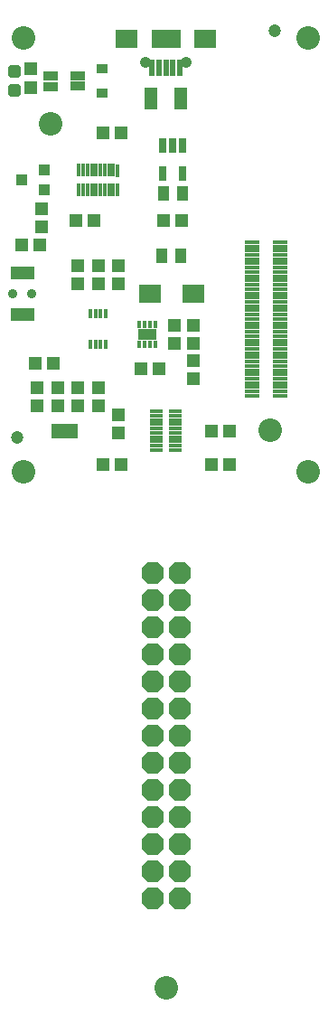
<source format=gbr>
G04 EAGLE Gerber RS-274X export*
G75*
%MOMM*%
%FSLAX34Y34*%
%LPD*%
%INSoldermask Top*%
%IPPOS*%
%AMOC8*
5,1,8,0,0,1.08239X$1,22.5*%
G01*
%ADD10C,2.203200*%
%ADD11R,1.343200X0.403200*%
%ADD12C,1.203200*%
%ADD13P,2.254402X8X292.500000*%
%ADD14R,1.203200X1.303200*%
%ADD15R,0.453200X0.804800*%
%ADD16R,1.203200X2.003200*%
%ADD17R,0.603200X1.603200*%
%ADD18C,1.053200*%
%ADD19R,2.000000X1.700000*%
%ADD20R,2.700000X1.700000*%
%ADD21C,0.505344*%
%ADD22R,1.473200X0.838200*%
%ADD23R,1.003200X1.403200*%
%ADD24R,0.453200X0.703200*%
%ADD25R,1.803200X1.103200*%
%ADD26R,1.303200X1.203200*%
%ADD27R,2.103200X1.703200*%
%ADD28R,0.753200X1.403200*%
%ADD29C,0.903200*%
%ADD30R,2.203200X1.303200*%
%ADD31R,1.103200X1.003200*%
%ADD32R,1.033200X0.833200*%
%ADD33R,0.838200X1.473200*%
%ADD34R,0.403200X1.303200*%
%ADD35R,0.403200X1.203200*%
%ADD36R,1.303200X0.403200*%
%ADD37R,1.203200X0.403200*%


D10*
X285750Y19050D03*
X19050Y19050D03*
X19050Y425450D03*
X285750Y425450D03*
X152400Y-464820D03*
X44100Y344800D03*
X250100Y57900D03*
D11*
X259600Y229798D03*
X233200Y229798D03*
X259600Y225798D03*
X233200Y225798D03*
X259600Y221798D03*
X233200Y221798D03*
X259600Y217798D03*
X233200Y217798D03*
X259600Y213798D03*
X233200Y213798D03*
X259600Y209798D03*
X233200Y209798D03*
X259600Y205798D03*
X233200Y205798D03*
X259600Y201798D03*
X233200Y201798D03*
X259600Y197798D03*
X233200Y197798D03*
X259600Y193798D03*
X233200Y193798D03*
X259600Y189798D03*
X233200Y189798D03*
X259600Y185798D03*
X233200Y185798D03*
X259600Y181798D03*
X233200Y181798D03*
X259600Y177798D03*
X233200Y177798D03*
X259600Y173798D03*
X233200Y173798D03*
X259600Y169798D03*
X233200Y169798D03*
X259600Y165798D03*
X233200Y165798D03*
X259600Y161798D03*
X233200Y161798D03*
X259600Y157798D03*
X233200Y157798D03*
X259600Y153798D03*
X233200Y153798D03*
X259600Y149798D03*
X233200Y149798D03*
X259600Y145798D03*
X233200Y145798D03*
X259600Y141798D03*
X233200Y141798D03*
X259600Y137798D03*
X233200Y137798D03*
X259600Y133798D03*
X233200Y133798D03*
X259600Y129798D03*
X233200Y129798D03*
X259600Y125798D03*
X233200Y125798D03*
X259600Y121798D03*
X233200Y121798D03*
X259600Y117798D03*
X233200Y117798D03*
X259600Y113798D03*
X233200Y113798D03*
X259600Y109798D03*
X233200Y109798D03*
X259600Y105798D03*
X233200Y105798D03*
X259600Y101798D03*
X233200Y101798D03*
X259600Y97798D03*
X233200Y97798D03*
X259600Y93798D03*
X233200Y93798D03*
X259600Y89798D03*
X233200Y89798D03*
X259600Y233798D03*
X233200Y233798D03*
D12*
X12700Y50800D03*
X254000Y431800D03*
D13*
X139700Y-76200D03*
X165100Y-76200D03*
X139700Y-101600D03*
X165100Y-101600D03*
X139700Y-127000D03*
X165100Y-127000D03*
X139700Y-152400D03*
X165100Y-152400D03*
X139700Y-177800D03*
X165100Y-177800D03*
X139700Y-203200D03*
X165100Y-203200D03*
X139700Y-228600D03*
X165100Y-228600D03*
X139700Y-254000D03*
X165100Y-254000D03*
X139700Y-279400D03*
X165100Y-279400D03*
X139700Y-304800D03*
X165100Y-304800D03*
X139700Y-330200D03*
X165100Y-330200D03*
X139700Y-355600D03*
X165100Y-355600D03*
X139700Y-381000D03*
X165100Y-381000D03*
D14*
X31750Y97400D03*
X31750Y80400D03*
X50800Y97400D03*
X50800Y80400D03*
D15*
X96200Y166862D03*
X91200Y166862D03*
X86200Y166862D03*
X81200Y166862D03*
X96200Y138092D03*
X91200Y138092D03*
X86200Y138092D03*
X81200Y138092D03*
D14*
X69850Y97400D03*
X69850Y80400D03*
X88900Y194700D03*
X88900Y211700D03*
X69850Y194700D03*
X69850Y211700D03*
X88900Y97400D03*
X88900Y80400D03*
X107950Y211700D03*
X107950Y194700D03*
D16*
X166400Y368300D03*
X138400Y368300D03*
D17*
X152400Y397180D03*
X158900Y397180D03*
X165400Y397180D03*
X145900Y397180D03*
X139400Y397180D03*
D18*
X171400Y402180D03*
X133400Y402180D03*
D19*
X189240Y424180D03*
X115560Y424180D03*
D20*
X152400Y424180D03*
D14*
X25400Y378850D03*
X25400Y395850D03*
D21*
X13650Y390090D02*
X6670Y390090D01*
X6670Y397070D01*
X13650Y397070D01*
X13650Y390090D01*
X13650Y394890D02*
X6670Y394890D01*
X6670Y372550D02*
X13650Y372550D01*
X6670Y372550D02*
X6670Y379530D01*
X13650Y379530D01*
X13650Y372550D01*
X13650Y377350D02*
X6670Y377350D01*
D22*
X44450Y389890D03*
X44450Y379730D03*
D23*
X166480Y220980D03*
X148480Y220980D03*
D24*
X132120Y137820D03*
X127120Y137820D03*
X142120Y137820D03*
X137120Y137820D03*
X137120Y156820D03*
X132120Y156820D03*
X127120Y156820D03*
X142120Y156820D03*
D25*
X134620Y147320D03*
D14*
X177800Y138820D03*
X177800Y155820D03*
X177800Y105800D03*
X177800Y122800D03*
X160020Y155820D03*
X160020Y138820D03*
D26*
X128660Y115570D03*
X145660Y115570D03*
D27*
X136980Y185420D03*
X177980Y185420D03*
D28*
X168250Y324151D03*
X158750Y324151D03*
X149250Y324151D03*
X149250Y298149D03*
X168250Y298149D03*
D23*
X167750Y279400D03*
X149750Y279400D03*
D26*
X167250Y254000D03*
X150250Y254000D03*
X93100Y336550D03*
X110100Y336550D03*
X84700Y254000D03*
X67700Y254000D03*
X194700Y57150D03*
X211700Y57150D03*
D14*
X107950Y55000D03*
X107950Y72000D03*
D26*
X194700Y25400D03*
X211700Y25400D03*
X110100Y25400D03*
X93100Y25400D03*
D29*
X26780Y185420D03*
X8780Y185420D03*
D30*
X17780Y204920D03*
X17780Y165920D03*
D26*
X16900Y231140D03*
X33900Y231140D03*
X46600Y120650D03*
X29600Y120650D03*
D31*
X37940Y282600D03*
X37940Y301600D03*
X16940Y292100D03*
D14*
X35560Y265040D03*
X35560Y248040D03*
D32*
X92710Y396310D03*
X92710Y373310D03*
D22*
X69850Y389310D03*
X69850Y380310D03*
D33*
X65278Y57150D03*
X57150Y57150D03*
X49022Y57150D03*
D34*
X106900Y300600D03*
D35*
X102900Y301100D03*
X98900Y301100D03*
X94900Y301100D03*
X90900Y301100D03*
X86900Y301100D03*
X82900Y301100D03*
X78900Y301100D03*
X74900Y301100D03*
X70900Y301100D03*
X70900Y283100D03*
X74900Y283100D03*
X78900Y283100D03*
X82900Y283100D03*
X86900Y283100D03*
X90900Y283100D03*
X94900Y283100D03*
X98900Y283100D03*
X102900Y283100D03*
X106900Y283100D03*
D36*
X160900Y39150D03*
D37*
X161400Y43150D03*
X161400Y47150D03*
X161400Y51150D03*
X161400Y55150D03*
X161400Y59150D03*
X161400Y63150D03*
X161400Y67150D03*
X161400Y71150D03*
X161400Y75150D03*
X143400Y75150D03*
X143400Y71150D03*
X143400Y67150D03*
X143400Y63150D03*
X143400Y59150D03*
X143400Y55150D03*
X143400Y51150D03*
X143400Y47150D03*
X143400Y43150D03*
X143400Y39150D03*
M02*

</source>
